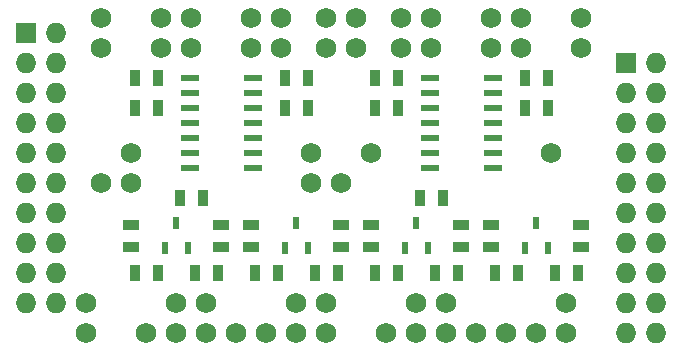
<source format=gts>
G04 (created by PCBNEW (2013-07-07 BZR 4022)-stable) date 25/06/2014 08:25:45*
%MOIN*%
G04 Gerber Fmt 3.4, Leading zero omitted, Abs format*
%FSLAX34Y34*%
G01*
G70*
G90*
G04 APERTURE LIST*
%ADD10C,0.00393701*%
%ADD11R,0.035X0.055*%
%ADD12R,0.068X0.068*%
%ADD13O,0.068X0.068*%
%ADD14R,0.0236X0.0394*%
%ADD15R,0.055X0.035*%
%ADD16R,0.0590551X0.023622*%
%ADD17C,0.068*%
G04 APERTURE END LIST*
G54D10*
G54D11*
X54125Y-30000D03*
X54875Y-30000D03*
X62125Y-30000D03*
X62875Y-30000D03*
X66625Y-32500D03*
X67375Y-32500D03*
X62625Y-32500D03*
X63375Y-32500D03*
X58625Y-32500D03*
X59375Y-32500D03*
X54625Y-32500D03*
X55375Y-32500D03*
G54D12*
X49000Y-24500D03*
G54D13*
X50000Y-24500D03*
X49000Y-25500D03*
X50000Y-25500D03*
X49000Y-26500D03*
X50000Y-26500D03*
X49000Y-27500D03*
X50000Y-27500D03*
X49000Y-28500D03*
X50000Y-28500D03*
X49000Y-29500D03*
X50000Y-29500D03*
X49000Y-30500D03*
X50000Y-30500D03*
X49000Y-31500D03*
X50000Y-31500D03*
X49000Y-32500D03*
X50000Y-32500D03*
X49000Y-33500D03*
X50000Y-33500D03*
G54D12*
X69000Y-25500D03*
G54D13*
X70000Y-25500D03*
X69000Y-26500D03*
X70000Y-26500D03*
X69000Y-27500D03*
X70000Y-27500D03*
X69000Y-28500D03*
X70000Y-28500D03*
X69000Y-29500D03*
X70000Y-29500D03*
X69000Y-30500D03*
X70000Y-30500D03*
X69000Y-31500D03*
X70000Y-31500D03*
X69000Y-32500D03*
X70000Y-32500D03*
X69000Y-33500D03*
X70000Y-33500D03*
X69000Y-34500D03*
X70000Y-34500D03*
G54D14*
X65625Y-31666D03*
X66000Y-30834D03*
X66375Y-31666D03*
X61625Y-31666D03*
X62000Y-30834D03*
X62375Y-31666D03*
X57625Y-31666D03*
X58000Y-30834D03*
X58375Y-31666D03*
X53625Y-31666D03*
X54000Y-30834D03*
X54375Y-31666D03*
G54D11*
X66375Y-27000D03*
X65625Y-27000D03*
X66375Y-26000D03*
X65625Y-26000D03*
X58375Y-27000D03*
X57625Y-27000D03*
X58375Y-26000D03*
X57625Y-26000D03*
X61375Y-27000D03*
X60625Y-27000D03*
X61375Y-26000D03*
X60625Y-26000D03*
X53375Y-27000D03*
X52625Y-27000D03*
X53375Y-26000D03*
X52625Y-26000D03*
G54D15*
X67500Y-31625D03*
X67500Y-30875D03*
X63500Y-31625D03*
X63500Y-30875D03*
X59500Y-31625D03*
X59500Y-30875D03*
X55500Y-31625D03*
X55500Y-30875D03*
X64500Y-30875D03*
X64500Y-31625D03*
X60500Y-30875D03*
X60500Y-31625D03*
X56500Y-30875D03*
X56500Y-31625D03*
X52500Y-30875D03*
X52500Y-31625D03*
G54D11*
X65375Y-32500D03*
X64625Y-32500D03*
X61375Y-32500D03*
X60625Y-32500D03*
X57375Y-32500D03*
X56625Y-32500D03*
X53375Y-32500D03*
X52625Y-32500D03*
G54D16*
X64562Y-29000D03*
X64562Y-28500D03*
X64562Y-28000D03*
X64562Y-27500D03*
X64562Y-27000D03*
X64562Y-26500D03*
X64562Y-26000D03*
X62437Y-26000D03*
X62437Y-26500D03*
X62437Y-27000D03*
X62437Y-27500D03*
X62437Y-28000D03*
X62437Y-28500D03*
X62437Y-29000D03*
X56562Y-29000D03*
X56562Y-28500D03*
X56562Y-28000D03*
X56562Y-27500D03*
X56562Y-27000D03*
X56562Y-26500D03*
X56562Y-26000D03*
X54437Y-26000D03*
X54437Y-26500D03*
X54437Y-27000D03*
X54437Y-27500D03*
X54437Y-28000D03*
X54437Y-28500D03*
X54437Y-29000D03*
G54D17*
X51500Y-24000D03*
X60000Y-25000D03*
X64500Y-24000D03*
X64500Y-25000D03*
X62500Y-25000D03*
X62500Y-24000D03*
X56500Y-24000D03*
X56500Y-25000D03*
X60500Y-28500D03*
X66500Y-28500D03*
X52500Y-28500D03*
X51500Y-25000D03*
X61500Y-24000D03*
X61500Y-25000D03*
X65500Y-24000D03*
X65500Y-25000D03*
X53500Y-24000D03*
X53500Y-25000D03*
X67000Y-33500D03*
X63000Y-33500D03*
X62000Y-33500D03*
X58000Y-33500D03*
X59000Y-33500D03*
X55000Y-33500D03*
X54000Y-33500D03*
X51000Y-33500D03*
X67000Y-34500D03*
X66000Y-34500D03*
X63000Y-34500D03*
X62000Y-34500D03*
X59000Y-34500D03*
X58000Y-34500D03*
X54000Y-34500D03*
X55000Y-34500D03*
X64000Y-34500D03*
X51000Y-34500D03*
X65000Y-34500D03*
X61000Y-34500D03*
X59000Y-24000D03*
X53000Y-34500D03*
X57000Y-34500D03*
X67500Y-24000D03*
X58500Y-29500D03*
X52500Y-29500D03*
X54500Y-25000D03*
X54500Y-24000D03*
X58500Y-28500D03*
X57500Y-24000D03*
X57500Y-25000D03*
X59000Y-25000D03*
X67500Y-25000D03*
X56000Y-34500D03*
X59500Y-29500D03*
X51500Y-29500D03*
X60000Y-24000D03*
M02*

</source>
